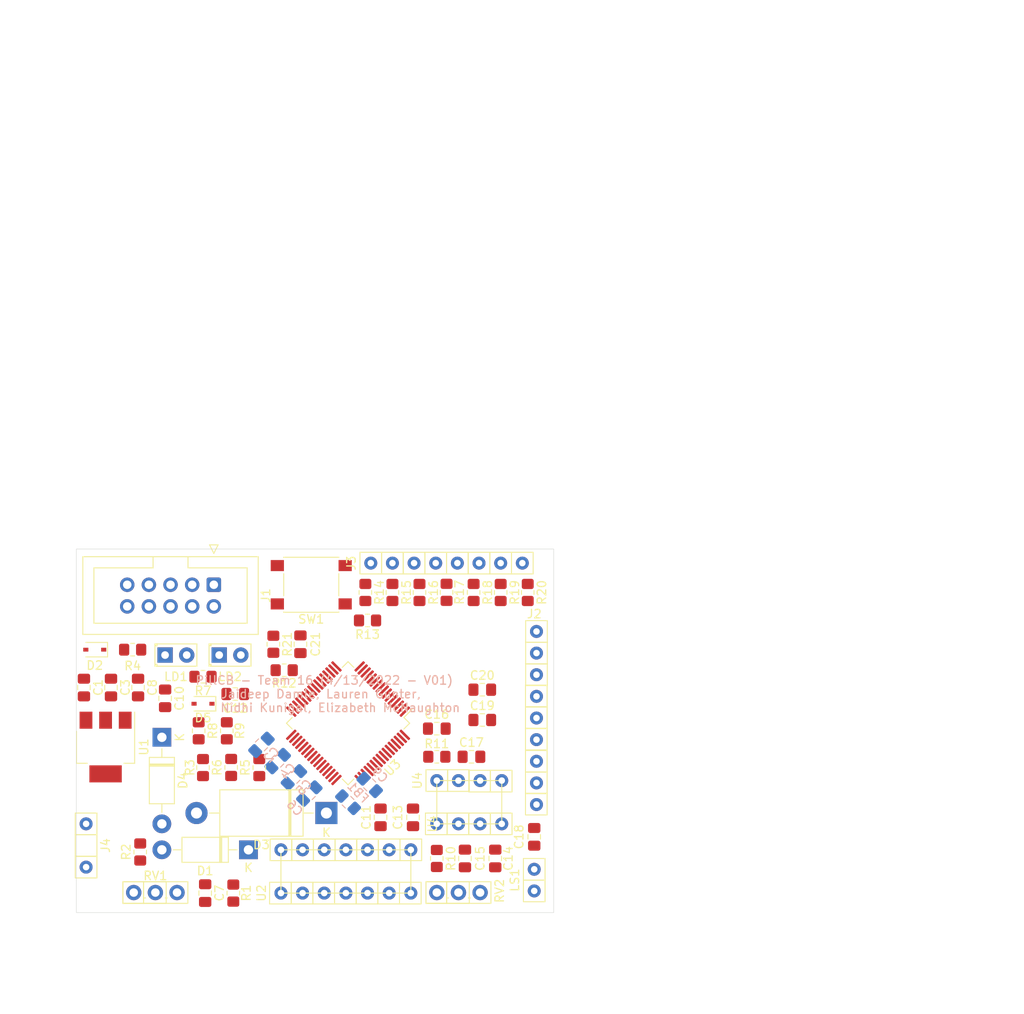
<source format=kicad_pcb>
(kicad_pcb (version 20211014) (generator pcbnew)
  (title_block (title "PillCB - Team 16") (date "2020-06-22") (rev "v01") (comment 4 "Jaideep Damle, Lauren Gunter, Nidhi Kunigal, Elizabeth McNaughton"))
  (layers (0 "F.Cu" signal) (1 "In1.Cu" signal "Ground.Cu") (2 "In2.Cu" signal "Power.Cu") (31 "B.Cu" signal) (34 "B.Paste" user) (35 "F.Paste" user) (36 "B.SilkS" user "B.Silkscreen") (37 "F.SilkS" user "F.Silkscreen") (38 "B.Mask" user) (39 "F.Mask" user) (44 "Edge.Cuts" user))
  (net 0 "")
  (net 1 "Net-(R10-Pad1)")
  (net 2 "GND")
  (net 3 "Net-(RV2-Pad2)")
  (net 4 "Net-(C18-Pad1)")
  (net 5 "+5V")
  (net 6 "Net-(C16-Pad1)")
  (net 7 "Net-(C15-Pad2)")
  (net 8 "Net-(R8-Pad2)")
  (net 9 "Net-(C7-Pad1)")
  (net 10 "Net-(R5-Pad2)")
  (net 11 "Net-(C18-Pad2)")
  (net 12 "+3V0")
  (net 13 "PB8")
  (net 14 "PB11")
  (net 15 "PB14")
  (net 16 "PB5")
  (net 17 "PB3")
  (net 18 "/ignore")
  (net 19 "/AC_SIGNAL")
  (net 20 "/PC0")
  (net 21 "/PC1")
  (net 22 "/PC7")
  (net 23 "/PC2")
  (net 24 "/PC3")
  (net 25 "/PC4")
  (net 26 "/PC5")
  (net 27 "/PC6")
  (net 28 "/NRST")
  (net 29 "/BOOT0")
  (net 30 "Net-(C17-Pad1)")
  (net 31 "Net-(C15-Pad1)")
  (net 32 "/PB2")
  (net 33 "Net-(LD2-Pad2)")
  (net 34 "Net-(LD1-Pad2)")
  (net 35 "Net-(R2-Pad1)")
  (net 36 "Net-(R1-Pad1)")
  (net 37 "Net-(C13-Pad2)")
  (net 38 "Net-(C10-Pad1)")
  (net 39 "/PC13")
  (net 40 "/PC14")
  (net 41 "/PC15")
  (net 42 "/PF0")
  (net 43 "/PF1")
  (net 44 "/3VA")
  (net 45 "/PA0")
  (net 46 "/PA1")
  (net 47 "/PA2")
  (net 48 "/PA3")
  (net 49 "/PA4")
  (net 50 "/PA5")
  (net 51 "/PA6")
  (net 52 "/PA7")
  (net 53 "/PB0")
  (net 54 "/PB1")
  (net 55 "/PB10")
  (net 56 "/PB12")
  (net 57 "/PB13")
  (net 58 "/PB15")
  (net 59 "/PC8")
  (net 60 "/PC9")
  (net 61 "/PA8")
  (net 62 "/PA9")
  (net 63 "/PA10")
  (net 64 "/PA11")
  (net 65 "/PA12")
  (net 66 "/PA13")
  (net 67 "/PA14")
  (net 68 "/PA15")
  (net 69 "/PC10")
  (net 70 "/PC11")
  (net 71 "/PC12")
  (net 72 "/PD2")
  (net 73 "/PB4")
  (net 74 "/PB6")
  (net 75 "/PB7")
  (net 76 "/PB9")
  (net 77 "Net-(D3-Pad2)")
  (net 78 "/U5V")
  (net 80 "/V3.3_IN")
  (net 81 "Net-(J3-Pad1)")
  (net 82 "Net-(J3-Pad2)")
  (net 83 "Net-(J3-Pad3)")
  (net 84 "Net-(J3-Pad4)")
  (net 85 "Net-(J3-Pad5)")
  (net 86 "Net-(J3-Pad6)")
  (net 87 "Net-(J3-Pad7)")
  (net 88 "Net-(J3-Pad8)")
  (footprint "local_models:J2" (layer "F.Cu") (at 133.81212 100.88976)
    (fp_text reference "J3" (at -11.176 0 90 unlocked) (layer "F.SilkS"))
    (fp_text value "Conn_01x08_Female")
    (pad "1" thru_hole circle (at -8.89 0) (size 1.524 1.524) (drill 0.762) (layers *.Cu *.Mask) (net 81 "Net-(J3-Pad1)"))
    (pad "2" thru_hole circle (at -6.35 0) (size 1.524 1.524) (drill 0.762) (layers *.Cu *.Mask) (net 82 "Net-(J3-Pad2)"))
    (pad "3" thru_hole circle (at -3.81 0) (size 1.524 1.524) (drill 0.762) (layers *.Cu *.Mask) (net 83 "Net-(J3-Pad3)"))
    (pad "4" thru_hole circle (at -1.27 0) (size 1.524 1.524) (drill 0.762) (layers *.Cu *.Mask) (net 84 "Net-(J3-Pad4)"))
    (pad "5" thru_hole circle (at 1.27 0) (size 1.524 1.524) (drill 0.762) (layers *.Cu *.Mask) (net 85 "Net-(J3-Pad5)"))
    (pad "6" thru_hole circle (at 3.81 0) (size 1.524 1.524) (drill 0.762) (layers *.Cu *.Mask) (net 86 "Net-(J3-Pad6)"))
    (pad "7" thru_hole circle (at 6.35 0) (size 1.524 1.524) (drill 0.762) (layers *.Cu *.Mask) (net 87 "Net-(J3-Pad7)"))
    (pad "8" thru_hole circle (at 8.89 0) (size 1.524 1.524) (drill 0.762) (layers *.Cu *.Mask) (net 88 "Net-(J3-Pad8)"))
  )
  (footprint "Capacitor_SMD:C_0805_2012Metric_Pad1.18x1.45mm_HandSolder" (layer "F.Cu") (at 138.00312 115.74876)
    (fp_text reference "C20" (at 0 -1.68) (layer "F.SilkS"))
    (fp_text value "10uF")
    (pad "1" smd roundrect (at -1.0375 0) (size 1.175 1.45) (layers "F.Cu" "F.Paste" "F.Mask") (roundrect_rratio 0.212766) (net 12 "+3V0"))
    (pad "2" smd roundrect (at 1.0375 0) (size 1.175 1.45) (layers "F.Cu" "F.Paste" "F.Mask") (roundrect_rratio 0.212766) (net 2 "GND"))
  )
  (footprint "Capacitor_SMD:C_0805_2012Metric_Pad1.18x1.45mm_HandSolder" (layer "F.Cu") (at 144.09912 133.02076 -90)
    (fp_text reference "C18" (at 0 1.778 90) (layer "F.SilkS"))
    (fp_text value "220uF")
    (pad "1" smd roundrect (at -1.0375 0 270) (size 1.175 1.45) (layers "F.Cu" "F.Paste" "F.Mask") (roundrect_rratio 0.212766) (net 4 "Net-(C18-Pad1)"))
    (pad "2" smd roundrect (at 1.0375 0 270) (size 1.175 1.45) (layers "F.Cu" "F.Paste" "F.Mask") (roundrect_rratio 0.212766) (net 11 "Net-(C18-Pad2)"))
  )
  (footprint "Resistor_SMD:R_0805_2012Metric_Pad1.20x1.40mm_HandSolder" (layer "F.Cu") (at 136.98712 104.33476 -90)
    (fp_text reference "R18" (at 0 -1.65 -90) (layer "F.SilkS"))
    (fp_text value "1K")
    (pad "1" smd roundrect (at -1 0 270) (size 1.2 1.4) (layers "F.Cu" "F.Paste" "F.Mask") (roundrect_rratio 0.208333) (net 23 "/PC2"))
    (pad "2" smd roundrect (at 1 0 270) (size 1.2 1.4) (layers "F.Cu" "F.Paste" "F.Mask") (roundrect_rratio 0.208333) (net 86 "Net-(J3-Pad6)"))
  )
  (footprint "Diode_THT:D_DO-201_P15.24mm_Horizontal" (layer "F.Cu") (at 119.71512 130.22676 180)
    (fp_text reference "D3" (at 7.62 -3.725) (layer "F.SilkS"))
    (fp_text value "1N522B")
    (fp_text user "K" (at 0 -2.3) (layer "F.SilkS"))
    (pad "1" thru_hole rect (at 0 0 180) (size 2.6 2.6) (drill 1.3) (layers *.Cu *.Mask) (net 12 "+3V0"))
    (pad "2" thru_hole oval (at 15.24 0 180) (size 2.6 2.6) (drill 1.3) (layers *.Cu *.Mask) (net 77 "Net-(D3-Pad2)"))
  )
  (footprint "Capacitor_SMD:C_0805_2012Metric_Pad1.18x1.45mm_HandSolder" (layer "F.Cu") (at 135.97112 135.56076 90)
    (fp_text reference "C15" (at 0 1.778 90) (layer "F.SilkS"))
    (fp_text value "10uF")
    (pad "1" smd roundrect (at -1.0375 0 90) (size 1.175 1.45) (layers "F.Cu" "F.Paste" "F.Mask") (roundrect_rratio 0.212766) (net 31 "Net-(C15-Pad1)"))
    (pad "2" smd roundrect (at 1.0375 0 90) (size 1.175 1.45) (layers "F.Cu" "F.Paste" "F.Mask") (roundrect_rratio 0.212766) (net 7 "Net-(C15-Pad2)"))
  )
  (footprint "Diode_SMD:D_SOD-323" (layer "F.Cu") (at 105.23712 117.39976 180)
    (fp_text reference "D5" (at 0 -1.651) (layer "F.SilkS"))
    (fp_text value "BAT60JFILM")
    (pad "1" smd rect (at -1.05 0 180) (size 0.6 0.45) (layers "F.Cu" "F.Paste" "F.Mask") (net 12 "+3V0"))
    (pad "2" smd rect (at 1.05 0 180) (size 0.6 0.45) (layers "F.Cu" "F.Paste" "F.Mask") (net 38 "Net-(C10-Pad1)"))
  )
  (footprint "Capacitor_SMD:C_0805_2012Metric_Pad1.18x1.45mm_HandSolder" (layer "F.Cu") (at 132.66912 120.32076)
    (fp_text reference "C16" (at 0 -1.68) (layer "F.SilkS"))
    (fp_text value "10uF")
    (pad "1" smd roundrect (at -1.0375 0) (size 1.175 1.45) (layers "F.Cu" "F.Paste" "F.Mask") (roundrect_rratio 0.212766) (net 6 "Net-(C16-Pad1)"))
    (pad "2" smd roundrect (at 1.0375 0) (size 1.175 1.45) (layers "F.Cu" "F.Paste" "F.Mask") (roundrect_rratio 0.212766) (net 2 "GND"))
  )
  (footprint "local_models:potentiometer" (layer "F.Cu") (at 97.10912 139.56126 -90)
    (fp_text reference "RV1" (at -1.9685 -2.54 -180) (layer "F.SilkS"))
    (fp_text value "R_Potentiometer_10k")
    (pad "1" thru_hole circle (at 0 0 270) (size 1.8 1.8) (drill 1) (layers *.Cu *.Mask) (net 19 "/AC_SIGNAL"))
    (pad "2" thru_hole circle (at 0 -2.54 270) (size 1.8 1.8) (drill 1) (layers *.Cu *.Mask) (net 35 "Net-(R2-Pad1)"))
    (pad "3" thru_hole circle (at 0 -5.08 270) (size 1.8 1.8) (drill 1) (layers *.Cu *.Mask) (net 36 "Net-(R1-Pad1)"))
  )
  (footprint "local_models:J1" (layer "F.Cu") (at 91.52112 134.03676 90)
    (fp_text reference "J4" (at 0 2.286 90 unlocked) (layer "F.SilkS"))
    (fp_text value "Conn_01x02_Female")
    (pad "1" thru_hole circle (at -2.54 0 90) (size 1.524 1.524) (drill 0.762) (layers *.Cu *.Mask) (net 19 "/AC_SIGNAL"))
    (pad "2" thru_hole circle (at 2.54 0 90) (size 1.524 1.524) (drill 0.762) (layers *.Cu *.Mask) (net 2 "GND"))
  )
  (footprint "Capacitor_SMD:C_0805_2012Metric_Pad1.18x1.45mm_HandSolder" (layer "F.Cu") (at 109.02562 116.25676 180)
    (fp_text reference "C12" (at 0 -1.68) (layer "F.SilkS"))
    (fp_text value ".1uF")
    (pad "1" smd roundrect (at -1.0375 0 180) (size 1.175 1.45) (layers "F.Cu" "F.Paste" "F.Mask") (roundrect_rratio 0.212766) (net 32 "/PB2"))
    (pad "2" smd roundrect (at 1.0375 0 180) (size 1.175 1.45) (layers "F.Cu" "F.Paste" "F.Mask") (roundrect_rratio 0.212766) (net 2 "GND"))
  )
  (footprint "Capacitor_SMD:C_0805_2012Metric_Pad1.18x1.45mm_HandSolder" (layer "F.Cu") (at 91.26712 115.49476 -90)
    (fp_text reference "C1" (at 0 -1.68 90) (layer "F.SilkS"))
    (fp_text value "22uF")
    (pad "1" smd roundrect (at -1.0375 0 270) (size 1.175 1.45) (layers "F.Cu" "F.Paste" "F.Mask") (roundrect_rratio 0.212766) (net 5 "+5V"))
    (pad "2" smd roundrect (at 1.0375 0 270) (size 1.175 1.45) (layers "F.Cu" "F.Paste" "F.Mask") (roundrect_rratio 0.212766) (net 2 "GND"))
  )
  (footprint "Button_Switch_SMD:SW_SPST_PTS645" (layer "F.Cu") (at 117.93712 103.42976 180)
    (fp_text reference "SW1" (at 0 -4.05 180) (layer "F.SilkS"))
    (fp_text value "SW_Push")
    (pad "1" smd rect (at 3.98 -2.25 180) (size 1.55 1.3) (layers "F.Cu" "F.Paste" "F.Mask") (net 2 "GND"))
    (pad "1" smd rect (at -3.98 -2.25 180) (size 1.55 1.3) (layers "F.Cu" "F.Paste" "F.Mask") (net 2 "GND"))
    (pad "2" smd rect (at -3.98 2.25 180) (size 1.55 1.3) (layers "F.Cu" "F.Paste" "F.Mask") (net 28 "/NRST"))
    (pad "2" smd rect (at 3.98 2.25 180) (size 1.55 1.3) (layers "F.Cu" "F.Paste" "F.Mask") (net 28 "/NRST"))
  )
  (footprint "Resistor_SMD:R_0805_2012Metric_Pad1.20x1.40mm_HandSolder" (layer "F.Cu") (at 105.23712 124.89276 90)
    (fp_text reference "R3" (at 0 -1.524 90) (layer "F.SilkS"))
    (fp_text value "1M")
    (pad "1" smd roundrect (at -1 0 90) (size 1.2 1.4) (layers "F.Cu" "F.Paste" "F.Mask") (roundrect_rratio 0.208333) (net 9 "Net-(C7-Pad1)"))
    (pad "2" smd roundrect (at 1 0 90) (size 1.2 1.4) (layers "F.Cu" "F.Paste" "F.Mask") (roundrect_rratio 0.208333) (net 2 "GND"))
  )
  (footprint "Resistor_SMD:R_0805_2012Metric_Pad1.20x1.40mm_HandSolder" (layer "F.Cu") (at 96.98212 111.04976)
    (fp_text reference "R4" (at 0 1.905) (layer "F.SilkS"))
    (fp_text value "5.1k")
    (pad "1" smd roundrect (at -1 0) (size 1.2 1.4) (layers "F.Cu" "F.Paste" "F.Mask") (roundrect_rratio 0.208333) (net 5 "+5V"))
    (pad "2" smd roundrect (at 1 0) (size 1.2 1.4) (layers "F.Cu" "F.Paste" "F.Mask") (roundrect_rratio 0.208333) (net 34 "Net-(LD1-Pad2)"))
  )
  (footprint "Resistor_SMD:R_0805_2012Metric_Pad1.20x1.40mm_HandSolder" (layer "F.Cu") (at 104.72912 120.57476 -90)
    (fp_text reference "R8" (at 0 -1.65 90) (layer "F.SilkS"))
    (fp_text value "12k")
    (pad "1" smd roundrect (at -1 0 270) (size 1.2 1.4) (layers "F.Cu" "F.Paste" "F.Mask") (roundrect_rratio 0.208333) (net 10 "Net-(R5-Pad2)"))
    (pad "2" smd roundrect (at 1 0 270) (size 1.2 1.4) (layers "F.Cu" "F.Paste" "F.Mask") (roundrect_rratio 0.208333) (net 8 "Net-(R8-Pad2)"))
  )
  (footprint "local_models:LS1" (layer "F.Cu") (at 144.09912 138.10076 -90)
    (fp_text reference "LS1" (at 0 2.286 -270 unlocked) (layer "F.SilkS"))
    (fp_text value "Speaker")
    (pad "1" thru_hole circle (at -1.27 0 270) (size 1.524 1.524) (drill 0.762) (layers *.Cu *.Mask) (net 11 "Net-(C18-Pad2)"))
    (pad "2" thru_hole circle (at 1.27 0 270) (size 1.524 1.524) (drill 0.762) (layers *.Cu *.Mask) (net 2 "GND"))
  )
  (footprint "Resistor_SMD:R_0805_2012Metric_Pad1.20x1.40mm_HandSolder" (layer "F.Cu") (at 108.03112 120.57476 90)
    (fp_text reference "R9" (at 0 1.524 90) (layer "F.SilkS"))
    (fp_text value "2.2k")
    (pad "1" smd roundrect (at -1 0 90) (size 1.2 1.4) (layers "F.Cu" "F.Paste" "F.Mask") (roundrect_rratio 0.208333) (net 8 "Net-(R8-Pad2)"))
    (pad "2" smd roundrect (at 1 0 90) (size 1.2 1.4) (layers "F.Cu" "F.Paste" "F.Mask") (roundrect_rratio 0.208333) (net 32 "/PB2"))
  )
  (footprint "Resistor_SMD:R_0805_2012Metric_Pad1.20x1.40mm_HandSolder" (layer "F.Cu") (at 111.84112 124.89276 90)
    (fp_text reference "R5" (at 0 -1.65 90) (layer "F.SilkS"))
    (fp_text value "10k")
    (pad "1" smd roundrect (at -1 0 90) (size 1.2 1.4) (layers "F.Cu" "F.Paste" "F.Mask") (roundrect_rratio 0.208333) (net 12 "+3V0"))
    (pad "2" smd roundrect (at 1 0 90) (size 1.2 1.4) (layers "F.Cu" "F.Paste" "F.Mask") (roundrect_rratio 0.208333) (net 10 "Net-(R5-Pad2)"))
  )
  (footprint "Resistor_SMD:R_0805_2012Metric_Pad1.20x1.40mm_HandSolder" (layer "F.Cu") (at 132.66912 123.62276)
    (fp_text reference "R11" (at 0 -1.524) (layer "F.SilkS"))
    (fp_text value "10")
    (pad "1" smd roundrect (at -1 0) (size 1.2 1.4) (layers "F.Cu" "F.Paste" "F.Mask") (roundrect_rratio 0.208333) (net 4 "Net-(C18-Pad1)"))
    (pad "2" smd roundrect (at 1 0) (size 1.2 1.4) (layers "F.Cu" "F.Paste" "F.Mask") (roundrect_rratio 0.208333) (net 30 "Net-(C17-Pad1)"))
  )
  (footprint "local_models:U2" (layer "F.Cu") (at 122.00112 137.08476 90)
    (fp_text reference "U2" (at -2.54 -9.906 90 unlocked) (layer "F.SilkS"))
    (fp_text value "LM324")
    (pad "1" thru_hole circle (at -2.54 -7.62 90) (size 1.524 1.524) (drill 0.762) (layers *.Cu *.Mask) (net 8 "Net-(R8-Pad2)"))
    (pad "2" thru_hole circle (at -2.54 -5.08 90) (size 1.524 1.524) (drill 0.762) (layers *.Cu *.Mask) (net 9 "Net-(C7-Pad1)"))
    (pad "3" thru_hole circle (at -2.54 -2.54 90) (size 1.524 1.524) (drill 0.762) (layers *.Cu *.Mask) (net 10 "Net-(R5-Pad2)"))
    (pad "4" thru_hole circle (at -2.54 0 90) (size 1.524 1.524) (drill 0.762) (layers *.Cu *.Mask) (net 5 "+5V"))
    (pad "5" thru_hole circle (at -2.54 2.54 90) (size 1.524 1.524) (drill 0.762) (layers *.Cu *.Mask))
    (pad "6" thru_hole circle (at -2.54 5.08 90) (size 1.524 1.524) (drill 0.762) (layers *.Cu *.Mask))
    (pad "7" thru_hole circle (at -2.54 7.62 90) (size 1.524 1.524) (drill 0.762) (layers *.Cu *.Mask))
    (pad "8" thru_hole circle (at 2.54 7.62 90) (size 1.524 1.524) (drill 0.762) (layers *.Cu *.Mask))
    (pad "9" thru_hole circle (at 2.54 5.08 90) (size 1.524 1.524) (drill 0.762) (layers *.Cu *.Mask))
    (pad "10" thru_hole circle (at 2.54 2.54 90) (size 1.524 1.524) (drill 0.762) (layers *.Cu *.Mask))
    (pad "11" thru_hole circle (at 2.54 0 90) (size 1.524 1.524) (drill 0.762) (layers *.Cu *.Mask) (net 2 "GND"))
    (pad "12" thru_hole circle (at 2.54 -2.54 90) (size 1.524 1.524) (drill 0.762) (layers *.Cu *.Mask))
    (pad "13" thru_hole circle (at 2.54 -5.08 90) (size 1.524 1.524) (drill 0.762) (layers *.Cu *.Mask))
    (pad "14" thru_hole circle (at 2.54 -7.62 90) (size 1.524 1.524) (drill 0.762) (layers *.Cu *.Mask))
  )
  (footprint "Capacitor_SMD:C_0805_2012Metric_Pad1.18x1.45mm_HandSolder" (layer "F.Cu") (at 138.00312 119.30476)
    (fp_text reference "C19" (at 0 -1.68) (layer "F.SilkS"))
    (fp_text value ".1uF")
    (pad "1" smd roundrect (at -1.0375 0) (size 1.175 1.45) (layers "F.Cu" "F.Paste" "F.Mask") (roundrect_rratio 0.212766) (net 12 "+3V0"))
    (pad "2" smd roundrect (at 1.0375 0) (size 1.175 1.45) (layers "F.Cu" "F.Paste" "F.Mask") (roundrect_rratio 0.212766) (net 2 "GND"))
  )
  (footprint "LED_THT:LED_D2.0mm_W4.8mm_H2.5mm_FlatTop" (layer "F.Cu") (at 107.13712 111.68476)
    (fp_text reference "LD2" (at 1.27 2.54) (layer "F.SilkS"))
    (fp_text value "LED_Green")
    (pad "1" thru_hole rect (at 0 0) (size 1.8 1.8) (drill 0.9) (layers *.Cu *.Mask) (net 2 "GND"))
    (pad "2" thru_hole circle (at 2.54 0) (size 1.8 1.8) (drill 0.9) (layers *.Cu *.Mask) (net 33 "Net-(LD2-Pad2)"))
  )
  (footprint "Capacitor_SMD:C_0805_2012Metric_Pad1.18x1.45mm_HandSolder" (layer "F.Cu") (at 126.06512 130.73476 90)
    (fp_text reference "C11" (at 0 -1.68 90) (layer "F.SilkS"))
    (fp_text value ".1uF")
    (pad "1" smd roundrect (at -1.0375 0 90) (size 1.175 1.45) (layers "F.Cu" "F.Paste" "F.Mask") (roundrect_rratio 0.212766) (net 5 "+5V"))
    (pad "2" smd roundrect (at 1.0375 0 90) (size 1.175 1.45) (layers "F.Cu" "F.Paste" "F.Mask") (roundrect_rratio 0.212766) (net 2 "GND"))
  )
  (footprint "Package_QFP:LQFP-64_10x10mm_P0.5mm" (layer "F.Cu") (at 122.25512 119.68576 -135)
    (fp_text reference "U3" (at 0 -7.4 45) (layer "F.SilkS"))
    (fp_text value "STM32F091RCTx")
    (pad "1" smd roundrect (at -5.675 -3.75 225) (size 1.55 0.3) (layers "F.Cu" "F.Paste" "F.Mask") (net 12 "+3V0"))
    (pad "2" smd roundrect (at -5.675 -3.25 225) (size 1.55 0.3) (layers "F.Cu" "F.Paste" "F.Mask") (net 39 "/PC13"))
    (pad "3" smd roundrect (at -5.675 -2.75 225) (size 1.55 0.3) (layers "F.Cu" "F.Paste" "F.Mask") (net 40 "/PC14"))
    (pad "4" smd roundrect (at -5.675 -2.25 225) (size 1.55 0.3) (layers "F.Cu" "F.Paste" "F.Mask") (net 41 "/PC15"))
    (pad "5" smd roundrect (at -5.675 -1.75 225) (size 1.55 0.3) (layers "F.Cu" "F.Paste" "F.Mask") (net 42 "/PF0"))
    (pad "6" smd roundrect (at -5.675 -1.25 225) (size 1.55 0.3) (layers "F.Cu" "F.Paste" "F.Mask") (net 43 "/PF1"))
    (pad "7" smd roundrect (at -5.675 -0.75 225) (size 1.55 0.3) (layers "F.Cu" "F.Paste" "F.Mask") (net 28 "/NRST"))
    (pad "8" smd roundrect (at -5.675 -0.25 225) (size 1.55 0.3) (layers "F.Cu" "F.Paste" "F.Mask") (net 20 "/PC0"))
    (pad "9" smd roundrect (at -5.675 0.25 225) (size 1.55 0.3) (layers "F.Cu" "F.Paste" "F.Mask") (net 21 "/PC1"))
    (pad "10" smd roundrect (at -5.675 0.75 225) (size 1.55 0.3) (layers "F.Cu" "F.Paste" "F.Mask") (net 23 "/PC2"))
    (pad "11" smd roundrect (at -5.675 1.25 225) (size 1.55 0.3) (layers "F.Cu" "F.Paste" "F.Mask") (net 24 "/PC3"))
    (pad "12" smd roundrect (at -5.675 1.75 225) (size 1.55 0.3) (layers "F.Cu" "F.Paste" "F.Mask") (net 2 "GND"))
    (pad "13" smd roundrect (at -5.675 2.25 225) (size 1.55 0.3) (layers "F.Cu" "F.Paste" "F.Mask") (net 44 "/3VA"))
    (pad "14" smd roundrect (at -5.675 2.75 225) (size 1.55 0.3) (layers "F.Cu" "F.Paste" "F.Mask") (net 45 "/PA0"))
    (pad "15" smd roundrect (at -5.675 3.25 225) (size 1.55 0.3) (layers "F.Cu" "F.Paste" "F.Mask") (net 46 "/PA1"))
    (pad "16" smd roundrect (at -5.675 3.75 225) (size 1.55 0.3) (layers "F.Cu" "F.Paste" "F.Mask") (net 47 "/PA2"))
    (pad "17" smd roundrect (at -3.75 5.675 225) (size 0.3 1.55) (layers "F.Cu" "F.Paste" "F.Mask") (net 48 "/PA3"))
    (pad "18" smd roundrect (at -3.25 5.675 225) (size 0.3 1.55) (layers "F.Cu" "F.Paste" "F.Mask") (net 2 "GND"))
    (pad "19" smd roundrect (at -2.75 5.675 225) (size 0.3 1.55) (layers "F.Cu" "F.Paste" "F.Mask") (net 12 "+3V0"))
    (pad "20" smd roundrect (at -2.25 5.675 225) (size 0.3 1.55) (layers "F.Cu" "F.Paste" "F.Mask") (net 49 "/PA4"))
    (pad "21" smd roundrect (at -1.75 5.675 225) (size 0.3 1.55) (layers "F.Cu" "F.Paste" "F.Mask") (net 50 "/PA5"))
    (pad "22" smd roundrect (at -1.25 5.675 225) (size 0.3 1.55) (layers "F.Cu" "F.Paste" "F.Mask") (net 51 "/PA6"))
    (pad "23" smd roundrect (at -0.75 5.675 225) (size 0.3 1.55) (layers "F.Cu" "F.Paste" "F.Mask") (net 52 "/PA7"))
    (pad "24" smd roundrect (at -0.25 5.675 225) (size 0.3 1.55) (layers "F.Cu" "F.Paste" "F.Mask") (net 25 "/PC4"))
    (pad "25" smd roundrect (at 0.25 5.675 225) (size 0.3 1.55) (layers "F.Cu" "F.Paste" "F.Mask") (net 26 "/PC5"))
    (pad "26" smd roundrect (at 0.75 5.675 225) (size 0.3 1.55) (layers "F.Cu" "F.Paste" "F.Mask") (net 53 "/PB0"))
    (pad "27" smd roundrect (at 1.25 5.675 225) (size 0.3 1.55) (layers "F.Cu" "F.Paste" "F.Mask") (net 54 "/PB1"))
    (pad "28" smd roundrect (at 1.75 5.675 225) (size 0.3 1.55) (layers "F.Cu" "F.Paste" "F.Mask") (net 32 "/PB2"))
    (pad "29" smd roundrect (at 2.25 5.675 225) (size 0.3 1.55) (layers "F.Cu" "F.Paste" "F.Mask") (net 55 "/PB10"))
    (pad "30" smd roundrect (at 2.75 5.675 225) (size 0.3 1.55) (layers "F.Cu" "F.Paste" "F.Mask") (net 14 "PB11"))
    (pad "31" smd roundrect (at 3.25 5.675 225) (size 0.3 1.55) (layers "F.Cu" "F.Paste" "F.Mask") (net 2 "GND"))
    (pad "32" smd roundrect (at 3.75 5.675 225) (size 0.3 1.55) (layers "F.Cu" "F.Paste" "F.Mask") (net 12 "+3V0"))
    (pad "33" smd roundrect (at 5.675 3.75 225) (size 1.55 0.3) (layers "F.Cu" "F.Paste" "F.Mask") (net 56 "/PB12"))
    (pad "34" smd roundrect (at 5.675 3.25 225) (size 1.55 0.3) (layers "F.Cu" "F.Paste" "F.Mask") (net 57 "/PB13"))
    (pad "35" smd roundrect (at 5.675 2.75 225) (size 1.55 0.3) (layers "F.Cu" "F.Paste" "F.Mask") (net 15 "PB14"))
    (pad "36" smd roundrect (at 5.675 2.25 225) (size 1.55 0.3) (layers "F.Cu" "F.Paste" "F.Mask") (net 58 "/PB15"))
    (pad "37" smd roundrect (at 5.675 1.75 225) (size 1.55 0.3) (layers "F.Cu" "F.Paste" "F.Mask") (net 27 "/PC6"))
    (pad "38" smd roundrect (at 5.675 1.25 225) (size 1.55 0.3) (layers "F.Cu" "F.Paste" "F.Mask") (net 22 "/PC7"))
    (pad "39" smd roundrect (at 5.675 0.75 225) (size 1.55 0.3) (layers "F.Cu" "F.Paste" "F.Mask") (net 59 "/PC8"))
    (pad "40" smd roundrect (at 5.675 0.25 225) (size 1.55 0.3) (layers "F.Cu" "F.Paste" "F.Mask") (net 60 "/PC9"))
    (pad "41" smd roundrect (at 5.675 -0.25 225) (size 1.55 0.3) (layers "F.Cu" "F.Paste" "F.Mask") (net 61 "/PA8"))
    (pad "42" smd roundrect (at 5.675 -0.75 225) (size 1.55 0.3) (layers "F.Cu" "F.Paste" "F.Mask") (net 62 "/PA9"))
    (pad "43" smd roundrect (at 5.675 -1.25 225) (size 1.55 0.3) (layers "F.Cu" "F.Paste" "F.Mask") (net 63 "/PA10"))
    (pad "44" smd roundrect (at 5.675 -1.75 225) (size 1.55 0.3) (layers "F.Cu" "F.Paste" "F.Mask") (net 64 "/PA11"))
    (pad "45" smd roundrect (at 5.675 -2.25 225) (size 1.55 0.3) (layers "F.Cu" "F.Paste" "F.Mask") (net 65 "/PA12"))
    (pad "46" smd roundrect (at 5.675 -2.75 225) (size 1.55 0.3) (layers "F.Cu" "F.Paste" "F.Mask") (net 66 "/PA13"))
    (pad "47" smd roundrect (at 5.675 -3.25 225) (size 1.55 0.3) (layers "F.Cu" "F.Paste" "F.Mask") (net 2 "GND"))
    (pad "48" smd roundrect (at 5.675 -3.75 225) (size 1.55 0.3) (layers "F.Cu" "F.Paste" "F.Mask") (net 12 "+3V0"))
    (pad "49" smd roundrect (at 3.75 -5.675 225) (size 0.3 1.55) (layers "F.Cu" "F.Paste" "F.Mask") (net 67 "/PA14"))
    (pad "50" smd roundrect (at 3.25 -5.675 225) (size 0.3 1.55) (layers "F.Cu" "F.Paste" "F.Mask") (net 68 "/PA15"))
    (pad "51" smd roundrect (at 2.75 -5.675 225) (size 0.3 1.55) (layers "F.Cu" "F.Paste" "F.Mask") (net 69 "/PC10"))
    (pad "52" smd roundrect (at 2.25 -5.675 225) (size 0.3 1.55) (layers "F.Cu" "F.Paste" "F.Mask") (net 70 "/PC11"))
    (pad "53" smd roundrect (at 1.75 -5.675 225) (size 0.3 1.55) (layers "F.Cu" "F.Paste" "F.Mask") (net 71 "/PC12"))
    (pad "54" smd roundrect (at 1.25 -5.675 225) (size 0.3 1.55) (layers "F.Cu" "F.Paste" "F.Mask") (net 72 "/PD2"))
    (pad "55" smd roundrect (at 0.75 -5.675 225) (size 0.3 1.55) (layers "F.Cu" "F.Paste" "F.Mask") (net 17 "PB3"))
    (pad "56" smd roundrect (at 0.25 -5.675 225) (size 0.3 1.55) (layers "F.Cu" "F.Paste" "F.Mask") (net 73 "/PB4"))
    (pad "57" smd roundrect (at -0.25 -5.675 225) (size 0.3 1.55) (layers "F.Cu" "F.Paste" "F.Mask") (net 16 "PB5"))
    (pad "58" smd roundrect (at -0.75 -5.675 225) (size 0.3 1.55) (layers "F.Cu" "F.Paste" "F.Mask") (net 74 "/PB6"))
    (pad "59" smd roundrect (at -1.25 -5.675 225) (size 0.3 1.55) (layers "F.Cu" "F.Paste" "F.Mask") (net 75 "/PB7"))
    (pad "60" smd roundrect (at -1.75 -5.675 225) (size 0.3 1.55) (layers "F.Cu" "F.Paste" "F.Mask") (net 29 "/BOOT0"))
    (pad "61" smd roundrect (at -2.25 -5.675 225) (size 0.3 1.55) (layers "F.Cu" "F.Paste" "F.Mask") (net 13 "PB8"))
    (pad "62" smd roundrect (at -2.75 -5.675 225) (size 0.3 1.55) (layers "F.Cu" "F.Paste" "F.Mask") (net 76 "/PB9"))
    (pad "63" smd roundrect (at -3.25 -5.675 225) (size 0.3 1.55) (layers "F.Cu" "F.Paste" "F.Mask") (net 2 "GND"))
    (pad "64" smd roundrect (at -3.75 -5.675 225) (size 0.3 1.55) (layers "F.Cu" "F.Paste" "F.Mask") (net 12 "+3V0"))
  )
  (footprint "Diode_THT:D_DO-41_SOD81_P10.16mm_Horizontal" (layer "F.Cu") (at 110.57112 134.54476 180)
    (fp_text reference "D1" (at 5.08 -2.47) (layer "F.SilkS"))
    (fp_text value "1N5819")
    (fp_text user "K" (at 0 -2.1) (layer "F.SilkS"))
    (pad "1" thru_hole rect (at 0 0 180) (size 2.2 2.2) (drill 1.1) (layers *.Cu *.Mask) (net 12 "+3V0"))
    (pad "2" thru_hole oval (at 10.16 0 180) (size 2.2 2.2) (drill 1.1) (layers *.Cu *.Mask) (net 9 "Net-(C7-Pad1)"))
  )
  (footprint "Resistor_SMD:R_0805_2012Metric_Pad1.20x1.40mm_HandSolder" (layer "F.Cu") (at 108.53912 124.87676 90)
    (fp_text reference "R6" (at 0 -1.65 90) (layer "F.SilkS"))
    (fp_text value "120k")
    (pad "1" smd roundrect (at -1 0 90) (size 1.2 1.4) (layers "F.Cu" "F.Paste" "F.Mask") (roundrect_rratio 0.208333) (net 10 "Net-(R5-Pad2)"))
    (pad "2" smd roundrect (at 1 0 90) (size 1.2 1.4) (layers "F.Cu" "F.Paste" "F.Mask") (roundrect_rratio 0.208333) (net 2 "GND"))
  )
  (footprint "local_models:potentiometer" (layer "F.Cu") (at 132.66912 139.56126 -90)
    (fp_text reference "RV2" (at -0.1905 -7.366 -90) (layer "F.SilkS"))
    (fp_text value "R_Potentiometer_10k")
    (pad "1" thru_hole circle (at 0 0 270) (size 1.8 1.8) (drill 1) (layers *.Cu *.Mask) (net 37 "Net-(C13-Pad2)"))
    (pad "2" thru_hole circle (at 0 -2.54 270) (size 1.8 1.8) (drill 1) (layers *.Cu *.Mask) (net 3 "Net-(RV2-Pad2)"))
    (pad "3" thru_hole circle (at 0 -5.08 270) (size 1.8 1.8) (drill 1) (layers *.Cu *.Mask) (net 2 "GND"))
  )
  (footprint "LED_THT:LED_D2.0mm_W4.8mm_H2.5mm_FlatTop" (layer "F.Cu") (at 100.78712 111.68476)
    (fp_text reference "LD1" (at 1.27 2.54) (layer "F.SilkS"))
    (fp_text value "LED_Red")
    (pad "1" thru_hole rect (at 0 0) (size 1.8 1.8) (drill 0.9) (layers *.Cu *.Mask) (net 2 "GND"))
    (pad "2" thru_hole circle (at 2.54 0) (size 1.8 1.8) (drill 0.9) (layers *.Cu *.Mask) (net 34 "Net-(LD1-Pad2)"))
  )
  (footprint "Resistor_SMD:R_0805_2012Metric_Pad1.20x1.40mm_HandSolder" (layer "F.Cu") (at 140.16212 104.33476 -90)
    (fp_text reference "R19" (at 0 -1.65 -90) (layer "F.SilkS"))
    (fp_text value "1K")
    (pad "1" smd roundrect (at -1 0 270) (size 1.2 1.4) (layers "F.Cu" "F.Paste" "F.Mask") (roundrect_rratio 0.208333) (net 21 "/PC1"))
    (pad "2" smd roundrect (at 1 0 270) (size 1.2 1.4) (layers "F.Cu" "F.Paste" "F.Mask") (roundrect_rratio 0.208333) (net 87 "Net-(J3-Pad7)"))
  )
  (footprint "Capacitor_SMD:C_0805_2012Metric_Pad1.18x1.45mm_HandSolder" (layer "F.Cu") (at 94.44212 115.49476 -90)
    (fp_text reference "C3" (at 0 -1.68 90) (layer "F.SilkS"))
    (fp_text value ".1uF")
    (pad "1" smd roundrect (at -1.0375 0 270) (size 1.175 1.45) (layers "F.Cu" "F.Paste" "F.Mask") (roundrect_rratio 0.212766) (net 5 "+5V"))
    (pad "2" smd roundrect (at 1.0375 0 270) (size 1.175 1.45) (layers "F.Cu" "F.Paste" "F.Mask") (roundrect_rratio 0.212766) (net 2 "GND"))
  )
  (footprint "Resistor_SMD:R_0805_2012Metric_Pad1.20x1.40mm_HandSolder" (layer "F.Cu") (at 143.33712 104.33476 -90)
    (fp_text reference "R20" (at 0 -1.65 -90) (layer "F.SilkS"))
    (fp_text value "1K")
    (pad "1" smd roundrect (at -1 0 270) (size 1.2 1.4) (layers "F.Cu" "F.Paste" "F.Mask") (roundrect_rratio 0.208333) (net 20 "/PC0"))
    (pad "2" smd roundrect (at 1 0 270) (size 1.2 1.4) (layers "F.Cu" "F.Paste" "F.Mask") (roundrect_rratio 0.208333) (net 88 "Net-(J3-Pad8)"))
  )
  (footprint "Package_TO_SOT_SMD:SOT-223-3_TabPin2" (layer "F.Cu") (at 93.80712 122.47976 -90)
    (fp_text reference "U1" (at 0 -4.5 90) (layer "F.SilkS"))
    (fp_text value "LD1117S33TR_SOT223")
    (pad "1" smd rect (at -3.15 -2.3 270) (size 2 1.5) (layers "F.Cu" "F.Paste" "F.Mask") (net 2 "GND"))
    (pad "2" smd rect (at 3.15 0 270) (size 2 3.8) (layers "F.Cu" "F.Paste" "F.Mask") (net 38 "Net-(C10-Pad1)"))
    (pad "2" smd rect (at -3.15 0 270) (size 2 1.5) (layers "F.Cu" "F.Paste" "F.Mask") (net 38 "Net-(C10-Pad1)"))
    (pad "3" smd rect (at -3.15 2.3 270) (size 2 1.5) (layers "F.Cu" "F.Paste" "F.Mask") (net 5 "+5V"))
  )
  (footprint "Capacitor_SMD:C_0805_2012Metric_Pad1.18x1.45mm_HandSolder" (layer "F.Cu") (at 116.66712 110.41476 90)
    (fp_text reference "C21" (at 0 1.778 90) (layer "F.SilkS"))
    (fp_text value ".1uF")
    (pad "1" smd roundrect (at -1.0375 0 90) (size 1.175 1.45) (layers "F.Cu" "F.Paste" "F.Mask") (roundrect_rratio 0.212766) (net 28 "/NRST"))
    (pad "2" smd roundrect (at 1.0375 0 90) (size 1.175 1.45) (layers "F.Cu" "F.Paste" "F.Mask") (roundrect_rratio 0.212766) (net 2 "GND"))
  )
  (footprint "Capacitor_SMD:C_0805_2012Metric_Pad1.18x1.45mm_HandSolder" (layer "F.Cu") (at 139.52712 135.56076 90)
    (fp_text reference "C14" (at 0 1.524 90) (layer "F.SilkS"))
    (fp_text value ".1uF")
    (pad "1" smd roundrect (at -1.0375 0 90) (size 1.175 1.45) (layers "F.Cu" "F.Paste" "F.Mask") (roundrect_rratio 0.212766) (net 2 "GND"))
    (pad "2" smd roundrect (at 1.0375 0 90) (size 1.175 1.45) (layers "F.Cu" "F.Paste" "F.Mask") (roundrect_rratio 0.212766) (net 5 "+5V"))
  )
  (footprint "Resistor_SMD:R_0805_2012Metric_Pad1.20x1.40mm_HandSolder" (layer "F.Cu") (at 108.79312 139.62476 -90)
    (fp_text reference "R1" (at 0 -1.524 90) (layer "F.SilkS"))
    (fp_text value "10k")
    (pad "1" smd roundrect (at -1 0 270) (size 1.2 1.4) (layers "F.Cu" "F.Paste" "F.Mask") (roundrect_rratio 0.208333) (net 36 "Net-(R1-Pad1)"))
    (pad "2" smd roundrect (at 1 0 270) (size 1.2 1.4) (layers "F.Cu" "F.Paste" "F.Mask") (roundrect_rratio 0.208333) (net 2 "GND"))
  )
  (footprint "Capacitor_SMD:C_0805_2012Metric_Pad1.18x1.45mm_HandSolder" (layer "F.Cu") (at 129.87512 130.73476 -90)
    (fp_text reference "C13" (at 0 1.778 90) (layer "F.SilkS"))
    (fp_text value "10uF")
    (pad "1" smd roundrect (at -1.0375 0 270) (size 1.175 1.45) (layers "F.Cu" "F.Paste" "F.Mask") (roundrect_rratio 0.212766) (net 49 "/PA4"))
    (pad "2" smd roundrect (at 1.0375 0 270) (size 1.175 1.45) (layers "F.Cu" "F.Paste" "F.Mask") (roundrect_rratio 0.212766) (net 37 "Net-(C13-Pad2)"))
  )
  (footprint "Resistor_SMD:R_0805_2012Metric_Pad1.20x1.40mm_HandSolder" (layer "F.Cu") (at 113.49212 110.41476 -90)
    (fp_text reference "R21" (at 0 -1.65 -90) (layer "F.SilkS"))
    (fp_text value "100K")
    (pad "1" smd roundrect (at -1 0 270) (size 1.2 1.4) (layers "F.Cu" "F.Paste" "F.Mask") (roundrect_rratio 0.208333) (net 12 "+3V0"))
    (pad "2" smd roundrect (at 1 0 270) (size 1.2 1.4) (layers "F.Cu" "F.Paste" "F.Mask") (roundrect_rratio 0.208333) (net 28 "/NRST"))
  )
  (footprint "Capacitor_SMD:C_0805_2012Metric_Pad1.18x1.45mm_HandSolder" (layer "F.Cu") (at 97.61712 115.49476 -90)
    (fp_text reference "C8" (at 0 -1.68 90) (layer "F.SilkS"))
    (fp_text value ".1uF")
    (pad "1" smd roundrect (at -1.0375 0 270) (size 1.175 1.45) (layers "F.Cu" "F.Paste" "F.Mask") (roundrect_rratio 0.212766) (net 38 "Net-(C10-Pad1)"))
    (pad "2" smd roundrect (at 1.0375 0 270) (size 1.175 1.45) (layers "F.Cu" "F.Paste" "F.Mask") (roundrect_rratio 0.212766) (net 2 "GND"))
  )
  (footprint "Diode_THT:D_DO-41_SOD81_P10.16mm_Horizontal" (layer "F.Cu") (at 100.41112 121.33676 -90)
    (fp_text reference "D4" (at 5.08 -2.47 90) (layer "F.SilkS"))
    (fp_text value "1N5819")
    (fp_text user "K" (at 0 -2.1 90) (layer "F.SilkS"))
    (pad "1" thru_hole rect (at 0 0 270) (size 2.2 2.2) (drill 1.1) (layers *.Cu *.Mask) (net 9 "Net-(C7-Pad1)"))
    (pad "2" thru_hole oval (at 10.16 0 270) (size 2.2 2.2) (drill 1.1) (layers *.Cu *.Mask) (net 77 "Net-(D3-Pad2)"))
  )
  (footprint "Diode_SMD:D_SOD-323" (layer "F.Cu") (at 92.53712 111.04976 180)
    (fp_text reference "D2" (at 0 -1.85) (layer "F.SilkS"))
    (fp_text value "BAT60JFILM")
    (pad "1" smd rect (at -1.05 0 180) (size 0.6 0.45) (layers "F.Cu" "F.Paste" "F.Mask") (net 5 "+5V"))
    (pad "2" smd rect (at 1.05 0 180) (size 0.6 0.45) (layers "F.Cu" "F.Paste" "F.Mask") (net 78 "/U5V"))
  )
  (footprint "Resistor_SMD:R_0805_2012Metric_Pad1.20x1.40mm_HandSolder" (layer "F.Cu") (at 127.46212 104.33476 -90)
    (fp_text reference "R15" (at 0 -1.65 -90) (layer "F.SilkS"))
    (fp_text value "1K")
    (pad "1" smd roundrect (at -1 0 270) (size 1.2 1.4) (layers "F.Cu" "F.Paste" "F.Mask") (roundrect_rratio 0.208333) (net 26 "/PC5"))
    (pad "2" smd roundrect (at 1 0 270) (size 1.2 1.4) (layers "F.Cu" "F.Paste" "F.Mask") (roundrect_rratio 0.208333) (net 83 "Net-(J3-Pad3)"))
  )
  (footprint "Resistor_SMD:R_0805_2012Metric_Pad1.20x1.40mm_HandSolder" (layer "F.Cu") (at 130.63712 104.33476 -90)
    (fp_text reference "R16" (at 0 -1.65 -90) (layer "F.SilkS"))
    (fp_text value "1K")
    (pad "1" smd roundrect (at -1 0 270) (size 1.2 1.4) (layers "F.Cu" "F.Paste" "F.Mask") (roundrect_rratio 0.208333) (net 25 "/PC4"))
    (pad "2" smd roundrect (at 1 0 270) (size 1.2 1.4) (layers "F.Cu" "F.Paste" "F.Mask") (roundrect_rratio 0.208333) (net 84 "Net-(J3-Pad4)"))
  )
  (footprint "Resistor_SMD:R_0805_2012Metric_Pad1.20x1.40mm_HandSolder" (layer "F.Cu") (at 105.23712 114.22476 180)
    (fp_text reference "R7" (at 0 -1.65) (layer "F.SilkS"))
    (fp_text value "1k")
    (pad "1" smd roundrect (at -1 0 180) (size 1.2 1.4) (layers "F.Cu" "F.Paste" "F.Mask") (roundrect_rratio 0.208333) (net 12 "+3V0"))
    (pad "2" smd roundrect (at 1 0 180) (size 1.2 1.4) (layers "F.Cu" "F.Paste" "F.Mask") (roundrect_rratio 0.208333) (net 33 "Net-(LD2-Pad2)"))
  )
  (footprint "Capacitor_SMD:C_0805_2012Metric_Pad1.18x1.45mm_HandSolder" (layer "F.Cu") (at 136.73312 123.62276)
    (fp_text reference "C17" (at 0 -1.68) (layer "F.SilkS"))
    (fp_text value ".1uF")
    (pad "1" smd roundrect (at -1.0375 0) (size 1.175 1.45) (layers "F.Cu" "F.Paste" "F.Mask") (roundrect_rratio 0.212766) (net 30 "Net-(C17-Pad1)"))
    (pad "2" smd roundrect (at 1.0375 0) (size 1.175 1.45) (layers "F.Cu" "F.Paste" "F.Mask") (roundrect_rratio 0.212766) (net 2 "GND"))
  )
  (footprint "local_models:U4" (layer "F.Cu") (at 136.47912 128.95676 90)
    (fp_text reference "U4" (at -2.54 -4.31 90 unlocked) (layer "F.SilkS"))
    (fp_text value "LM386")
    (fp_text user "U4" (at 2.54 -6.096 90 unlocked) (layer "F.SilkS"))
    (pad "1" thru_hole circle (at -2.54 -3.81 90) (size 1.524 1.524) (drill 0.762) (layers *.Cu *.Mask) (net 1 "Net-(R10-Pad1)"))
    (pad "2" thru_hole circle (at -2.54 -1.27 90) (size 1.524 1.524) (drill 0.762) (layers *.Cu *.Mask) (net 2 "GND"))
    (pad "3" thru_hole circle (at -2.54 1.27 90) (size 1.524 1.524) (drill 0.762) (layers *.Cu *.Mask) (net 3 "Net-(RV2-Pad2)"))
    (pad "4" thru_hole circle (at -2.54 3.81 90) (size 1.524 1.524) (drill 0.762) (layers *.Cu *.Mask) (net 2 "GND"))
    (pad "5" thru_hole circle (at 2.54 3.81 90) (size 1.524 1.524) (drill 0.762) (layers *.Cu *.Mask) (net 4 "Net-(C18-Pad1)"))
    (pad "6" thru_hole circle (at 2.54 1.27 90) (size 1.524 1.524) (drill 0.762) (layers *.Cu *.Mask) (net 5 "+5V"))
    (pad "7" thru_hole circle (at 2.54 -1.27 90) (size 1.524 1.524) (drill 0.762) (layers *.Cu *.Mask) (net 6 "Net-(C16-Pad1)"))
    (pad "8" thru_hole circle (at 2.54 -3.81 90) (size 1.524 1.524) (drill 0.762) (layers *.Cu *.Mask) (net 7 "Net-(C15-Pad2)"))
  )
  (footprint "Resistor_SMD:R_0805_2012Metric_Pad1.20x1.40mm_HandSolder" (layer "F.Cu") (at 132.66912 135.56076 -90)
    (fp_text reference "R10" (at 0 -1.65 90) (layer "F.SilkS"))
    (fp_text value "1.2K")
    (pad "1" smd roundrect (at -1 0 270) (size 1.2 1.4) (layers "F.Cu" "F.Paste" "F.Mask") (roundrect_rratio 0.208333) (net 1 "Net-(R10-Pad1)"))
    (pad "2" smd roundrect (at 1 0 270) (size 1.2 1.4) (layers "F.Cu" "F.Paste" "F.Mask") (roundrect_rratio 0.208333) (net 31 "Net-(C15-Pad1)"))
  )
  (footprint "Resistor_SMD:R_0805_2012Metric_Pad1.20x1.40mm_HandSolder" (layer "F.Cu") (at 133.81212 104.31876 90)
    (fp_text reference "R17" (at 0 1.524 90) (layer "F.SilkS"))
    (fp_text value "1K")
    (pad "1" smd roundrect (at -1 0 90) (size 1.2 1.4) (layers "F.Cu" "F.Paste" "F.Mask") (roundrect_rratio 0.208333) (net 24 "/PC3"))
    (pad "2" smd roundrect (at 1 0 90) (size 1.2 1.4) (layers "F.Cu" "F.Paste" "F.Mask") (roundrect_rratio 0.208333) (net 85 "Net-(J3-Pad5)"))
  )
  (footprint "Resistor_SMD:R_0805_2012Metric_Pad1.20x1.40mm_HandSolder" (layer "F.Cu") (at 124.54112 107.62076 180)
    (fp_text reference "R13" (at 0 -1.65) (layer "F.SilkS"))
    (fp_text value "1K")
    (pad "1" smd roundrect (at -1 0 180) (size 1.2 1.4) (layers "F.Cu" "F.Paste" "F.Mask") (roundrect_rratio 0.208333) (net 22 "/PC7"))
    (pad "2" smd roundrect (at 1 0 180) (size 1.2 1.4) (layers "F.Cu" "F.Paste" "F.Mask") (roundrect_rratio 0.208333) (net 81 "Net-(J3-Pad1)"))
  )
  (footprint "Resistor_SMD:R_0805_2012Metric_Pad1.20x1.40mm_HandSolder" (layer "F.Cu") (at 124.28712 104.33476 -90)
    (fp_text reference "R14" (at 0 -1.65 -90) (layer "F.SilkS"))
    (fp_text value "1K")
    (pad "1" smd roundrect (at -1 0 270) (size 1.2 1.4) (layers "F.Cu" "F.Paste" "F.Mask") (roundrect_rratio 0.208333) (net 27 "/PC6"))
    (pad "2" smd roundrect (at 1 0 270) (size 1.2 1.4) (layers "F.Cu" "F.Paste" "F.Mask") (roundrect_rratio 0.208333) (net 82 "Net-(J3-Pad2)"))
  )
  (footprint "local_models:J3" (layer "F.Cu") (at 145.633745 119.05076)
    (fp_text reference "J2" (at -1.524 -12.192 unlocked) (layer "F.SilkS"))
    (fp_text value "Conn_01x09_Female")
    (pad "1" thru_hole circle (at -1.27 -10.138749) (size 1.524 1.524) (drill 0.762) (layers *.Cu *.Mask) (net 12 "+3V0"))
    (pad "2" thru_hole circle (at -1.27 -7.598749) (size 1.524 1.524) (drill 0.762) (layers *.Cu *.Mask) (net 2 "GND"))
    (pad "3" thru_hole circle (at -1.27 -5.058749) (size 1.524 1.524) (drill 0.762) (layers *.Cu *.Mask) (net 13 "PB8"))
    (pad "4" thru_hole circle (at -1.27 -2.518749) (size 1.524 1.524) (drill 0.762) (layers *.Cu *.Mask) (net 14 "PB11"))
    (pad "5" thru_hole circle (at -1.27 0.021251) (size 1.524 1.524) (drill 0.762) (layers *.Cu *.Mask) (net 15 "PB14"))
    (pad "6" thru_hole circle (at -1.27 2.561251) (size 1.524 1.524) (drill 0.762) (layers *.Cu *.Mask) (net 16 "PB5"))
    (pad "7" thru_hole circle (at -1.27 5.101251) (size 1.524 1.524) (drill 0.762) (layers *.Cu *.Mask) (net 17 "PB3"))
    (pad "8" thru_hole circle (at -1.27 7.641251) (size 1.524 1.524) (drill 0.762) (layers *.Cu *.Mask) (net 12 "+3V0"))
    (pad "9" thru_hole circle (at -1.27 10.181251) (size 1.524 1.524) (drill 0.762) (layers *.Cu *.Mask) (net 18 "/ignore"))
  )
  (footprint "Connector_IDC:IDC-Header_2x05_P2.54mm_Vertical" (layer "F.Cu") (at 106.50712 103.42976 -90)
    (fp_text reference "J1" (at 1.27 -6.1 90) (layer "F.SilkS"))
    (fp_text value "Conn_02x05_Odd_Even")
    (pad "1" thru_hole roundrect (at 0 0 270) (size 1.7 1.7) (drill 1) (layers *.Cu *.Mask) (roundrect_rratio 0.147059) (net 28 "/NRST"))
    (pad "2" thru_hole circle (at 2.54 0 270) (size 1.7 1.7) (drill 1) (layers *.Cu *.Mask) (net 66 "/PA13"))
    (pad "3" thru_hole circle (at 0 2.54 270) (size 1.7 1.7) (drill 1) (layers *.Cu *.Mask) (net 2 "GND"))
    (pad "4" thru_hole circle (at 2.54 2.54 270) (size 1.7 1.7) (drill 1) (layers *.Cu *.Mask) (net 2 "GND"))
    (pad "5" thru_hole circle (at 0 5.08 270) (size 1.7 1.7) (drill 1) (layers *.Cu *.Mask))
    (pad "6" thru_hole circle (at 2.54 5.08 270) (size 1.7 1.7) (drill 1) (layers *.Cu *.Mask) (net 67 "/PA14"))
    (pad "7" thru_hole circle (at 0 7.62 270) (size 1.7 1.7) (drill 1) (layers *.Cu *.Mask) (net 80 "/V3.3_IN"))
    (pad "8" thru_hole circle (at 2.54 7.62 270) (size 1.7 1.7) (drill 1) (layers *.Cu *.Mask) (net 80 "/V3.3_IN"))
    (pad "9" thru_hole circle (at 0 10.16 270) (size 1.7 1.7) (drill 1) (layers *.Cu *.Mask) (net 78 "/U5V"))
    (pad "10" thru_hole circle (at 2.54 10.16 270) (size 1.7 1.7) (drill 1) (layers *.Cu *.Mask) (net 78 "/U5V"))
  )
  (footprint "Capacitor_SMD:C_0805_2012Metric_Pad1.18x1.45mm_HandSolder" (layer "F.Cu") (at 105.49112 139.62476 -90)
    (fp_text reference "C7" (at 0 -1.68 90) (layer "F.SilkS"))
    (fp_text value ".1uF")
    (pad "1" smd roundrect (at -1.0375 0 270) (size 1.175 1.45) (layers "F.Cu" "F.Paste" "F.Mask") (roundrect_rratio 0.212766) (net 9 "Net-(C7-Pad1)"))
    (pad "2" smd roundrect (at 1.0375 0 270) (size 1.175 1.45) (layers "F.Cu" "F.Paste" "F.Mask") (roundrect_rratio 0.212766) (net 2 "GND"))
  )
  (footprint "Resistor_SMD:R_0805_2012Metric_Pad1.20x1.40mm_HandSolder" (layer "F.Cu") (at 97.87112 134.79876 90)
    (fp_text reference "R2" (at 0 -1.65 90) (layer "F.SilkS"))
    (fp_text value "10k")
    (pad "1" smd roundrect (at -1 0 90) (size 1.2 1.4) (layers "F.Cu" "F.Paste" "F.Mask") (roundrect_rratio 0.208333) (net 35 "Net-(R2-Pad1)"))
    (pad "2" smd roundrect (at 1 0 90) (size 1.2 1.4) (layers "F.Cu" "F.Paste" "F.Mask") (roundrect_rratio 0.208333) (net 9 "Net-(C7-Pad1)"))
  )
  (footprint "Capacitor_SMD:C_0805_2012Metric_Pad1.18x1.45mm_HandSolder" (layer "F.Cu") (at 100.79212 116.76476 -90)
    (fp_text reference "C10" (at 0 -1.68 90) (layer "F.SilkS"))
    (fp_text value "22uF")
    (pad "1" smd roundrect (at -1.0375 0 270) (size 1.175 1.45) (layers "F.Cu" "F.Paste" "F.Mask") (roundrect_rratio 0.212766) (net 38 "Net-(C10-Pad1)"))
    (pad "2" smd roundrect (at 1.0375 0 270) (size 1.175 1.45) (layers "F.Cu" "F.Paste" "F.Mask") (roundrect_rratio 0.212766) (net 2 "GND"))
  )
  (footprint "Resistor_SMD:R_0805_2012Metric_Pad1.20x1.40mm_HandSolder" (layer "F.Cu") (at 114.76212 113.46276)
    (fp_text reference "R12" (at 0 1.524) (layer "F.SilkS"))
    (fp_text value "100K")
    (pad "1" smd roundrect (at -1 0) (size 1.2 1.4) (layers "F.Cu" "F.Paste" "F.Mask") (roundrect_rratio 0.208333) (net 29 "/BOOT0"))
    (pad "2" smd roundrect (at 1 0) (size 1.2 1.4) (layers "F.Cu" "F.Paste" "F.Mask") (roundrect_rratio 0.208333) (net 2 "GND"))
  )
  (footprint "Capacitor_SMD:C_0805_2012Metric_Pad1.18x1.45mm_HandSolder" (layer "B.Cu") (at 114.00012 124.13076 45)
    (fp_text reference "C4" (at 0 1.68 45) (layer "B.SilkS") (effects (justify mirror)))
    (fp_text value ".1uF")
    (pad "1" smd roundrect (at -1.0375 0 45) (size 1.175 1.45) (layers "B.Cu" "B.Paste" "B.Mask") (roundrect_rratio 0.212766) (net 12 "+3V0"))
    (pad "2" smd roundrect (at 1.0375 0 45) (size 1.175 1.45) (layers "B.Cu" "B.Paste" "B.Mask") (roundrect_rratio 0.212766) (net 2 "GND"))
  )
  (footprint "Capacitor_SMD:C_0805_2012Metric_Pad1.18x1.45mm_HandSolder" (layer "B.Cu") (at 117.711497 127.94076 45)
    (fp_text reference "C6" (at -2.413 0 315) (layer "B.SilkS") (effects (justify mirror)))
    (fp_text value ".1uF")
    (pad "1" smd roundrect (at -1.0375 0 45) (size 1.175 1.45) (layers "B.Cu" "B.Paste" "B.Mask") (roundrect_rratio 0.212766) (net 12 "+3V0"))
    (pad "2" smd roundrect (at 1.0375 0 45) (size 1.175 1.45) (layers "B.Cu" "B.Paste" "B.Mask") (roundrect_rratio 0.212766) (net 2 "GND"))
  )
  (footprint "Capacitor_SMD:C_0805_2012Metric_Pad1.18x1.45mm_HandSolder" (layer "B.Cu") (at 112.09512 122.22576 45)
    (fp_text reference "C2" (at 0 1.68 45) (layer "B.SilkS") (effects (justify mirror)))
    (fp_text value ".1uF")
    (pad "1" smd roundrect (at -1.0375 0 45) (size 1.175 1.45) (layers "B.Cu" "B.Paste" "B.Mask") (roundrect_rratio 0.212766) (net 12 "+3V0"))
    (pad "2" smd roundrect (at 1.0375 0 45) (size 1.175 1.45) (layers "B.Cu" "B.Paste" "B.Mask") (roundrect_rratio 0.212766) (net 2 "GND"))
  )
  (footprint "Capacitor_SMD:C_0805_2012Metric_Pad1.18x1.45mm_HandSolder" (layer "B.Cu") (at 124.79512 126.92476 135)
    (fp_text reference "C9" (at 0 1.679999 135) (layer "B.SilkS") (effects (justify mirror)))
    (fp_text value ".1uF")
    (pad "1" smd roundrect (at -1.0375 0 135) (size 1.175 1.45) (layers "B.Cu" "B.Paste" "B.Mask") (roundrect_rratio 0.212766) (net 44 "/3VA"))
    (pad "2" smd roundrect (at 1.0375 0 135) (size 1.175 1.45) (layers "B.Cu" "B.Paste" "B.Mask") (roundrect_rratio 0.212766) (net 2 "GND"))
  )
  (footprint "Inductor_SMD:L_0805_2012Metric_Pad1.15x1.40mm_HandSolder" (layer "B.Cu") (at 122.25512 128.95676 135)
    (fp_text reference "FB1" (at 0 1.65 135) (layer "B.SilkS") (effects (justify mirror)))
    (fp_text value "Ferrite Bead")
    (pad "1" smd roundrect (at -1.025 0 135) (size 1.15 1.4) (layers "B.Cu" "B.Paste" "B.Mask") (roundrect_rratio 0.217391) (net 44 "/3VA"))
    (pad "2" smd roundrect (at 1.025 0 135) (size 1.15 1.4) (layers "B.Cu" "B.Paste" "B.Mask") (roundrect_rratio 0.217391) (net 12 "+3V0"))
  )
  (footprint "Capacitor_SMD:C_0805_2012Metric_Pad1.18x1.45mm_HandSolder" (layer "B.Cu") (at 115.90512 126.03576 45)
    (fp_text reference "C5" (at 0 1.68 45) (layer "B.SilkS") (effects (justify mirror)))
    (fp_text value ".1uF")
    (pad "1" smd roundrect (at -1.0375 0 45) (size 1.175 1.45) (layers "B.Cu" "B.Paste" "B.Mask") (roundrect_rratio 0.212766) (net 12 "+3V0"))
    (pad "2" smd roundrect (at 1.0375 0 45) (size 1.175 1.45) (layers "B.Cu" "B.Paste" "B.Mask") (roundrect_rratio 0.212766) (net 2 "GND"))
  )
  (gr_rect (start 90.37812 141.91076) (end 146.38512 99.23876) (layer "Edge.Cuts") (width 0.05) (fill none))
  (gr_text "PillCB - Team 16 (4/13/2022 - V01)\nJaideep Damle, Lauren Gunter, \n	Nidhi Kunigal, Elizabeth McNaughton" (at 119.46112 116.25676) (layer "B.SilkS") (effects (font (size 1 1))))
)
</source>
